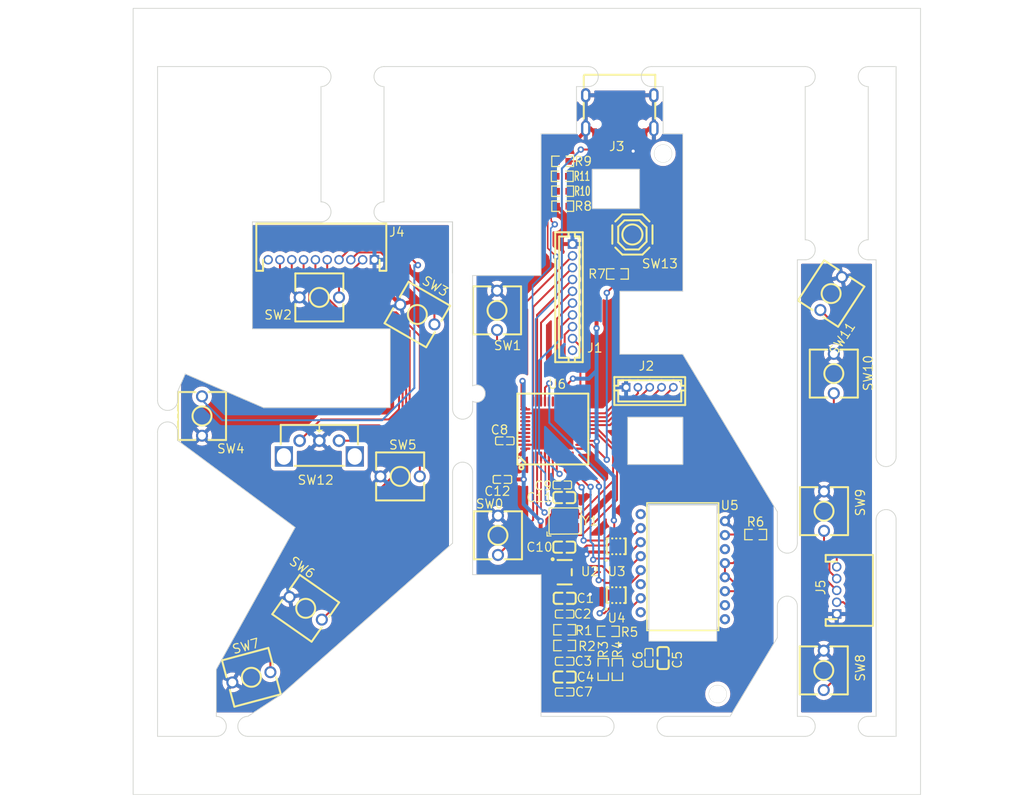
<source format=kicad_pcb>
(kicad_pcb (version 20221018) (generator pcbnew)
  (layers (0 "F.Cu" signal) (31 "B.Cu" signal) (34 "B.Paste" user) (35 "F.Paste" user) (36 "B.SilkS" user "B.Silkscreen") (37 "F.SilkS" user "F.Silkscreen") (38 "B.Mask" user) (39 "F.Mask" user) (44 "Edge.Cuts" user))
  (net 0 "")
  (net 1 "GND")
  (net 2 "RE0B")
  (net 3 "RE0A")
  (net 4 "NCS")
  (net 5 "MOSI")
  (net 6 "MISO")
  (net 7 "SCLK")
  (net 8 "VCC")
  (net 9 "RESET")
  (net 10 "Net-(U2-FB)")
  (net 11 "Net-(U2-OUT)")
  (net 12 "NCS1.9V")
  (net 13 "SCLK1.9V")
  (net 14 "MISO1.9V")
  (net 15 "MOSI1.9V")
  (net 16 "Net-(U5-VDDPIX)")
  (net 17 "Net-(U5-~{RESET})")
  (net 19 "Net-(U5-LED_P)")
  (net 20 "SW8")
  (net 21 "SW6")
  (net 22 "SW5")
  (net 23 "SW7")
  (net 24 "SW4")
  (net 25 "SW3")
  (net 26 "SW2")
  (net 27 "SW1")
  (net 28 "SW0")
  (net 29 "SW9")
  (net 30 "SW10")
  (net 31 "SW11")
  (net 32 "D-")
  (net 33 "D+")
  (net 34 "Net-(J3-CC1)")
  (net 35 "Net-(J3-CC2)")
  (net 36 "Net-(U6-XTAL1)")
  (net 37 "Net-(U6-XTAL2)")
  (net 38 "Net-(U6-AREF)")
  (net 39 "Net-(U6-UCAP)")
  (net 40 "VBUS")
  (net 49 "SW3_F")
  (net 50 "SW2_F")
  (net 51 "SW7_F")
  (net 52 "SW11_B")
  (net 53 "SW4_F")
  (net 54 "SW5_F")
  (net 55 "SW6_F")
  (net 56 "SW8_B")
  (net 57 "SW9_B")
  (net 58 "SW10_B")
  (net 59 "RE0A_F")
  (net 60 "RE0B_F")
  (net 66 "Net-(J3-D--Pad5)")
  (net 67 "Net-(J3-D+-Pad6)")
  (footprint "0:C0402" (layer "F.Cu") (at 121.428 107.2)
    (fp_text reference "C9")
    (fp_text value "1uF" hide)
  )
  (footprint "0:TPS73601DBVR C59200" (layer "F.Cu") (at 121.723 118.29 180)
    (fp_text reference "U2")
    (fp_text value "TPS73601DBV" hide)
  )
  (footprint "0:C0603" (layer "F.Cu") (at 134.223 129.2 -90)
    (fp_text reference "C5")
    (fp_text value "10uF" hide)
  )
  (footprint "0:SW-TH_L6.2-W6.2-P5.00" (layer "F.Cu") (at 155.894 93.055 -90)
    (fp_text reference "SW10")
    (fp_text value "SW_PUSH" hide)
  )
  (footprint "0:C0402" (layer "F.Cu") (at 114.123 101.6 180)
    (fp_text reference "C8")
    (fp_text value "0.1uF" hide)
  )
  (footprint "0:mouse bites_single" (layer "F.Cu") (at 165.353 54.36)
    (fp_text reference "REF**" hide)
    (fp_text value "mouse bites_single" hide)
  )
  (footprint "0:mouse bites" (layer "F.Cu") (at 107.5 104.08 90)
    (fp_text reference "REF**" hide)
    (fp_text value "mouse bites" hide)
  )
  (footprint "0:CONN-TH_S5B-ZR-LF-SN" (layer "F.Cu") (at 156.263 120.6 90)
    (fp_text reference "J5")
    (fp_text value "Conn_01x05_Pin" hide)
  )
  (footprint "0:R0603" (layer "F.Cu") (at 128.423 130.647 -90)
    (fp_text reference "R4")
    (fp_text value "10k" hide)
  )
  (footprint "0:R0603" (layer "F.Cu") (at 121.423 67.99)
    (fp_text reference "R11")
    (fp_text value "22" hide)
  )
  (footprint "0:mouse bites_single" (layer "F.Cu") (at 164.459 138.84)
    (fp_text reference "REF**" hide)
    (fp_text value "mouse bites_single" hide)
  )
  (footprint "0:SW-TH_L6.2-W6.2-P5.00" (layer "F.Cu") (at 103.023 85.552 -30)
    (fp_text reference "SW3")
    (fp_text value "SW_PUSH" hide)
  )
  (footprint "0:mouse bites_single" (layer "F.Cu") (at 166.239 138.84)
    (fp_text reference "REF**" hide)
    (fp_text value "mouse bites_single" hide)
  )
  (footprint "0:SW-TH_L6.2-W6.2-P5.00" (layer "F.Cu") (at 154.617 130.761 -90)
    (fp_text reference "SW8")
    (fp_text value "SW_PUSH" hide)
  )
  (footprint "0:C0402" (layer "F.Cu") (at 121.723 129.6 180)
    (fp_text reference "C3")
    (fp_text value "0.1uF" hide)
  )
  (footprint "0:hole 2.2mm" (layer "F.Cu") (at 141.156 133.763)
    (fp_text reference "REF**" hide)
    (fp_text value "hole 2.2mm" hide)
  )
  (footprint "0:mouse bites_single" (layer "F.Cu") (at 69.385 54.36)
    (fp_text reference "REF**" hide)
    (fp_text value "mouse bites_single" hide)
  )
  (footprint "0:mouse bites" (layer "F.Cu") (at 148.723 121.1 90)
    (fp_text reference "REF**" hide)
    (fp_text value "mouse bites" hide)
  )
  (footprint "0:mouse bites_single" (layer "F.Cu") (at 164.463 54.36)
    (fp_text reference "REF**" hide)
    (fp_text value "mouse bites_single" hide)
  )
  (footprint "0:R0603" (layer "F.Cu") (at 121.47 66.09)
    (fp_text reference "R9")
    (fp_text value "5.1k" hide)
  )
  (footprint "0:R0603" (layer "F.Cu") (at 121.723 127.6 180)
    (fp_text reference "R2")
    (fp_text value "63.4k" hide)
  )
  (footprint "PMW3360DM-T2QU:PMW3360" (layer "F.Cu") (at 136.723 117.585 180)
    (fp_text reference "U5")
    (fp_text value "PMW3360DM-T2QU" hide)
    (fp_line (start -4.445 -7.9375) (end 4.445 -7.9375) (stroke (width 0.01)) (layer "Edge.Cuts"))
    (fp_line (start -4.445 7.9375) (end -4.445 -7.9375) (stroke (width 0.01)) (layer "Edge.Cuts"))
    (fp_line (start 4.445 -7.9375) (end 4.445 7.9375) (stroke (width 0.01)) (layer "Edge.Cuts"))
    (fp_line (start 4.445 7.9375) (end -4.445 7.9375) (stroke (width 0.01)) (layer "Edge.Cuts"))
  )
  (footprint "0:mouse bites_single" (layer "F.Cu") (at 67.605 138.84)
    (fp_text reference "REF**" hide)
    (fp_text value "mouse bites_single" hide)
  )
  (footprint "0:tooling hole for JLCPCB" (layer "F.Cu") (at 164.903 48.66)
    (fp_text reference "REF**" hide)
    (fp_text value "tooling hole for JLCPCB" hide)
  )
  (footprint "0:R0603" (layer "F.Cu") (at 127.273 125.8 180)
    (fp_text reference "R5")
    (fp_text value "39" hide)
  )
  (footprint "0:mouse bites_single" (layer "F.Cu") (at 68.495 138.84)
    (fp_text reference "REF**" hide)
    (fp_text value "mouse bites_single" hide)
  )
  (footprint "0:mouse bites" (layer "F.Cu") (at 133.223 139.14 180)
    (fp_text reference "REF**" hide)
    (fp_text value "mouse bites" hide)
  )
  (footprint "0:C0603" (layer "F.Cu") (at 121.673 115.1 180)
    (fp_text reference "C10")
    (fp_text value "22p" hide)
  )
  (footprint "0:mouse bites_4mm" (layer "F.Cu") (at 71.315 98.446 90)
    (fp_text reference "REF**" hide)
    (fp_text value "mouse bites_4mm" hide)
  )
  (footprint "0:SW-TH_L6.2-W6.2-P5.00" (layer "F.Cu") (at 154.651 110.531 -90)
    (fp_text reference "SW9")
    (fp_text value "SW_PUSH" hide)
  )
  (footprint "0:hole 2.2mm" (layer "F.Cu") (at 134.223 65.1)
    (fp_text reference "REF**" hide)
    (fp_text value "hole 2.2mm" hide)
  )
  (footprint "0:SW-TH_CEN971112R02" (layer "F.Cu") (at 90.58 102.582 180)
    (fp_text reference "SW12")
    (fp_text value "RotaryEncoder" hide)
  )
  (footprint "0:SW-TH_L6.2-W6.2-P5.00" (layer "F.Cu") (at 88.849 122.875 -35)
    (fp_text reference "SW6")
    (fp_text value "SW_PUSH" hide)
  )
  (footprint "0:R0603" (layer "F.Cu") (at 145.973 113.5 180)
    (fp_text reference "R6")
    (fp_text value "10k" hide)
  )
  (footprint "0:mouse bites" (layer "F.Cu") (at 158.763 56.6 180)
    (fp_text reference "REF**" hide)
    (fp_text value "mouse bites" hide)
  )
  (footprint "0:R0603" (layer "F.Cu") (at 121.47 69.89)
    (fp_text reference "R10")
    (fp_text value "22" hide)
  )
  (footprint "0:SW-SMD_4P-L5.1-W5.1-P3.70-LS6.5-TL-2" (layer "F.Cu") (at 130.323 75.39)
    (fp_text reference "SW13")
    (fp_text value "SW_RESET" hide)
  )
  (footprint "0:C0402" (layer "F.Cu") (at 121.723 133.5 180)
    (fp_text reference "C7")
    (fp_text value "0.1uF" hide)
  )
  (footprint "0:SW-TH_L6.2-W6.2-P5.00" (layer "F.Cu") (at 81.952 131.638 15)
    (fp_text reference "SW7")
    (fp_text value "SW_PUSH" hide)
  )
  (footprint "0:mouse bites_single" (layer "F.Cu") (at 166.243 54.36)
    (fp_text reference "REF**" hide)
    (fp_text value "mouse bites_single" hide)
  )
  (footprint "0:mouse bites" (layer "F.Cu") (at 97.29 73.782 180)
    (fp_text reference "REF**" hide)
    (fp_text value "mouse bites" hide)
  )
  (footprint "0:SW-TH_L6.2-W6.2-P5.00" (layer "F.Cu") (at 113.257 113.6 -90)
    (fp_text reference "SW0")
    (fp_text value "SW_PUSH" hide)
  )
  (footprint "0:mouse bites_4mm" (layer "F.Cu") (at 79.52 137.87)
    (fp_text reference "REF**" hide)
    (fp_text value "mouse bites_4mm" hide)
  )
  (footprint "0:TXS0102DCUR C53434" (layer "F.Cu") (at 128.273 115)
    (fp_text reference "U3")
    (fp_text value "TXS0102DCU" hide)
  )
  (footprint "0:CONN-TH_5P-P1.50_B5B-ZR-LF-SN" (layer "F.Cu") (at 132.523 94.8)
    (fp_text reference "J2")
    (fp_text value "Conn_01x05_Pin" hide)
  )
  (footprint "0:ATMEGA32U4-MU VQFN-44_L7.0-W7.0-P0.50-BL-EP5.2" (layer "F.Cu") (at 120.223 100.1)
    (fp_text reference "U6")
    (fp_text value "ATmega32U4-M" hide)
  )
  (footprint "0:mouse bites_single" (layer "F.Cu") (at 67.605 54.36)
    (fp_text reference "REF**" hide)
    (fp_text value "mouse bites_single" hide)
  )
  (footprint "0:mouse bites" (layer "F.Cu") (at 158.763 78.6 180)
    (fp_text reference "REF**" hide)
    (fp_text value "mouse bites" hide)
  )
  (footprint "0:C0603" (layer "F.Cu") (at 121.723 131.6 180)
    (fp_text reference "C4")
    (fp_text value "10uF" hide)
  )
  (footprint "0:Crystals ROHS 16MHz OSC-SMD_4P-L3.2-W2.5-BL" (layer "F.Cu") (at 121.773 111.775)
    (fp_text reference "Y1")
    (fp_text value "16MHz" hide)
  )
  (footprint "0:C0603" (layer "F.Cu") (at 121.723 121.6 180)
    (fp_text reference "C1")
    (fp_text value "10uF" hide)
  )
  (footprint "0:mouse bites" (layer "F.Cu") (at 131.223 56.6 180)
    (fp_text reference "REF**" hide)
    (fp_text value "mouse bites" hide)
  )
  (footprint "0:R0603" (layer "F.Cu") (at 121.476 71.79)
    (fp_text reference "R8")
    (fp_text value "5.1k" hide)
  )
  (footprint "0:mouse bites" (layer "F.Cu") (at 97.29 56.6 180)
    (fp_text reference "REF**" hide)
    (fp_text value "mouse bites" hide)
  )
  (footprint "0:mouse bites_single" (layer "F.Cu") (at 68.495 54.36)
    (fp_text reference "REF**" hide)
    (fp_text value "mouse bites_single" hide)
  )
  (footprint "0:USB-C-SMD_TYPE-C-6PIN-2MD-073" (layer "F.Cu") (at 128.723 60.075 180)
    (fp_text reference "J3")
    (fp_text value "USB_C_Receptacle_USB2.0" hide)
  )
  (footprint "0:SW-TH_L6.2-W6.2-P5.00" (layer "F.Cu") (at 113.14 85.028 -90)
    (fp_text reference "SW1")
    (fp_text value "SW_PUSH" hide)
  )
  (footprint "0:mouse bites" (layer "F.Cu") (at 161.263 110.1 90)
    (fp_text reference "REF**" hide)
    (fp_text value "mouse bites" hide)
  )
  (footprint "0:CONN-TH_S10B-ZR-LF-SN" (layer "F.Cu") (at 94.58 78.6 180)
    (fp_text reference "J4")
    (fp_text value "Conn_01x10_Pin" hide)
  )
  (footprint "0:tooling hole for JLCPCB" (layer "F.Cu") (at 68.945 144.54)
    (fp_text reference "REF**" hide)
    (fp_text value "tooling hole for JLCPCB" hide)
  )
  (footprint "0:SW-TH_L6.2-W6.2-P5.00" (layer "F.Cu") (at 100.837 106.119)
    (fp_text reference "SW5")
    (fp_text value "SW_PUSH" hide)
  )
  (footprint "0:C0402" (layer "F.Cu") (at 132.423 129.155 -90)
    (fp_text reference "C6")
    (fp_text value "0.1uF" hide)
  )
  (footprint "0:C0402" (layer "F.Cu") (at 121.723 123.6 180)
    (fp_text reference "C2")
    (fp_text value "0.1uF" hide)
  )
  (footprint "0:SW-TH_L6.2-W6.2-P5.00" (layer "F.Cu") (at 155.553 82.89 -123.125)
    (fp_text reference "SW11")
    (fp_text value "SW_PUSH" hide)
  )
  (footprint "0:mouse bites_single" (layer "F.Cu") (at 165.349 138.84)
    (fp_text reference "REF**" hide)
    (fp_text value "mouse bites_single" hide)
  )
  (footprint "0:R0603" (layer "F.Cu") (at 126.623 130.647 -90)
    (fp_text reference "R3")
    (fp_text value "10k" hide)
  )
  (footprint "0:CONN-TH_B10B-ZR-LF-SN" (layer "F.Cu") (at 122.723 83.35 90)
    (fp_text reference "J1")
    (fp_text value "Conn_01x10_Pin" hide)
  )
  (footprint "0:TXS0102DCUR C53434" (layer "F.Cu") (at 128.273 121.2)
    (fp_text reference "U4")
    (fp_text value "TXS0102DCU" hide)
  )
  (footprint "0:C0603" (layer "F.Cu") (at 121.673 108.8 180)
    (fp_text reference "C11")
    (fp_text value "22p" hide)
  )
  (footprint "0:mouse bites" (layer "F.Cu") (at 158.763 139.14 180)
    (fp_text reference "REF**" hide)
    (fp_text value "mouse bites" hide)
  )
  (footprint "0:R0603" (layer "F.Cu") (at 128.426 80.4 180)
    (fp_text reference "R7")
    (fp_text value "10k" hide)
  )
  (footprint "0:R0603" (layer "F.Cu") (at 121.723 125.6 180)
    (fp_text reference "R1")
    (fp_text value "37.4k" hide)
  )
  (footprint "0:mouse bites_single" (layer "F.Cu") (at 69.385 138.84)
    (fp_text reference "REF**" hide)
    (fp_text value "mouse bites_single" hide)
  )
  (footprint "0:SW-TH_L6.2-W6.2-P5.00" (layer "F.Cu") (at 90.58 83.382)
    (fp_text reference "SW2")
    (fp_text value "SW_PUSH" hide)
  )
  (footprint "0:C0402" (layer "F.Cu") (at 113.823 106.5 180)
    (fp_text reference "C12")
    (fp_text value "0.1uF" hide)
  )
  (footprint "0:SW-TH_L6.2-W6.2-P5.00" (layer "F.Cu") (at 75.685 98.446 90)
    (fp_text reference "SW4")
    (fp_text value "SW_PUSH" hide)
  )
  (gr_line (start 125.223 72.1) (end 125.223 67.1) (stroke (width 0.1)) (layer "Edge.Cuts"))
  (gr_arc (start 151.263 114.6) (mid 149.993 115.87) (end 148.723 114.6) (stroke (width 0.1)) (layer "Edge.Cuts"))
  (gr_arc (start 126.723 136.6) (mid 127.993 137.87) (end 126.723 139.14) (stroke (width 0.1)) (layer "Edge.Cuts"))
  (gr_arc (start 110.04 97.58) (mid 108.77 98.85) (end 107.5 97.58) (stroke (width 0.1)) (layer "Edge.Cuts"))
  (gr_line (start 99.58 87.382) (end 99.58 97.382) (stroke (width 0.1)) (layer "Edge.Cuts"))
  (gr_line (start 161.263 78.6) (end 161.263 103.6) (stroke (width 0.1)) (layer "Edge.Cuts"))
  (gr_line (start 128.723 90.6) (end 136.723 90.6) (stroke (width 0.1)) (layer "Edge.Cuts"))
  (gr_line (start 131.223 67.1) (end 131.223 72.1) (stroke (width 0.1)) (layer "Edge.Cuts"))
  (gr_line (start 107.5 73.782) (end 98.79 73.782) (stroke (width 0.1)) (layer "Edge.Cuts"))
  (gr_arc (start 90.79 71.242) (mid 92.06 72.512) (end 90.79 73.782) (stroke (width 0.1)) (layer "Edge.Cuts"))
  (gr_line (start 107.5 80.282) (end 107.5 73.782) (stroke (width 0.1)) (layer "Edge.Cuts"))
  (gr_line (start 136.723 82.6) (end 128.723 82.6) (stroke (width 0.1)) (layer "Edge.Cuts"))
  (gr_arc (start 110.04 94.620001) (mid 111.640181 95.6) (end 110.04 96.579999) (stroke (width 0.1)) (layer "Edge.Cuts"))
  (gr_arc (start 98.79 73.782) (mid 97.52 72.512) (end 98.79 71.242) (stroke (width 0.1)) (layer "Edge.Cuts"))
  (gr_arc (start 152.263 136.6) (mid 153.533 137.87) (end 152.263 139.14) (stroke (width 0.1)) (layer "Edge.Cuts"))
  (gr_line (start 73.558 93.09) (end 72.585 95.346) (stroke (width 0.1)) (layer "Edge.Cuts"))
  (gr_line (start 125.223 72.1) (end 131.223 72.1) (stroke (width 0.1)) (layer "Edge.Cuts"))
  (gr_line (start 123.223 62.6) (end 123.223 56.6) (stroke (width 0.1)) (layer "Edge.Cuts"))
  (gr_line (start 148.723 126.6) (end 148.723 122.6) (stroke (width 0.1)) (layer "Edge.Cuts"))
  (gr_line (start 70.045 139.14) (end 70.045 100.466) (stroke (width 0.1)) (layer "Edge.Cuts"))
  (gr_line (start 107.5 80.282) (end 107.5 73.782) (stroke (width 0.1)) (layer "Edge.Cuts"))
  (gr_line (start 98.79 56.6) (end 98.79 71.242) (stroke (width 0.1)) (layer "Edge.Cuts"))
  (gr_line (start 160.263 76.06) (end 160.263 56.6) (stroke (width 0.1)) (layer "Edge.Cuts"))
  (gr_line (start 161.263 136.6) (end 160.263 136.6) (stroke (width 0.1)) (layer "Edge.Cuts"))
  (gr_line (start 110.04 80.6) (end 110.04 94.62) (stroke (width 0.1)) (layer "Edge.Cuts"))
  (gr_line (start 118.723 136.6) (end 118.723 118.6) (stroke (width 0.1)) (layer "Edge.Cuts"))
  (gr_line (start 129.723 98.6) (end 136.723 98.6) (stroke (width 0.1)) (layer "Edge.Cuts"))
  (gr_arc (start 132.723 56.6) (mid 131.453 55.33) (end 132.723 54.06) (stroke (width 0.1)) (layer "Edge.Cuts"))
  (gr_arc (start 148.723 122.6) (mid 149.993 121.33) (end 151.263 122.6) (stroke (width 0.1)) (layer "Edge.Cuts"))
  (gr_line (start 107.5 73.782) (end 107.5 97.58) (stroke (width 0.1)) (layer "Edge.Cuts"))
  (gr_line (start 148.723 110.6) (end 148.723 114.6) (stroke (width 0.1)) (layer "Edge.Cuts"))
  (gr_line (start 77.5 130.627) (end 77.5 136.6) (stroke (width 0.1)) (layer "Edge.Cuts"))
  (gr_line (start 132.423 127.04) (end 132.423 109.78) (stroke (width 0.1)) (layer "Edge.Cuts"))
  (gr_line (start 118.723 136.6) (end 126.723 136.6) (stroke (width 0.1)) (layer "Edge.Cuts"))
  (gr_line (start 82.08 80.282) (end 82.08 73.782) (stroke (width 0.1)) (layer "Edge.Cuts"))
  (gr_line (start 161.263 78.6) (end 160.263 78.6) (stroke (width 0.1)) (layer "Edge.Cuts"))
  (gr_arc (start 160.263 139.14) (mid 158.993 137.87) (end 160.263 136.6) (stroke (width 0.1)) (layer "Edge.Cuts"))
  (gr_line (start 110.04 96.58) (end 110.04 97.58) (stroke (width 0.1)) (layer "Edge.Cuts"))
  (gr_line (start 82.08 73.782) (end 90.79 73.782) (stroke (width 0.1)) (layer "Edge.Cuts"))
  (gr_line (start 161.263 136.6) (end 161.263 111.6) (stroke (width 0.1)) (layer "Edge.Cuts"))
  (gr_circle (center 134.223 65.1) (end 135.323 65.1) (stroke (width 0.1)) (fill none) (layer "Edge.Cuts"))
  (gr_line (start 132.723 54.06) (end 152.263 54.06) (stroke (width 0.1)) (layer "Edge.Cuts"))
  (gr_line (start 107.5 80.282) (end 107.5 73.782) (stroke (width 0.1)) (layer "Edge.Cuts"))
  (gr_line (start 87.5 112.6) (end 77.5 130.627) (stroke (width 0.1)) (layer "Edge.Cuts"))
  (gr_line (start 98.79 54.06) (end 124.723 54.06) (stroke (width 0.1)) (layer "Edge.Cuts"))
  (gr_arc (start 98.79 56.6) (mid 97.52 55.33) (end 98.79 54.06) (stroke (width 0.1)) (layer "Edge.Cuts"))
  (gr_line (start 85.749 133.83) (end 107.5 114.6) (stroke (width 0.1)) (layer "Edge.Cuts"))
  (gr_arc (start 161.263 111.6) (mid 162.533 110.33) (end 163.803 111.6) (stroke (width 0.1)) (layer "Edge.Cuts"))
  (gr_line (start 151.263 78.6) (end 152.263 78.6) (stroke (width 0.1)) (layer "Edge.Cuts"))
  (gr_line (start 148.723 126.6) (end 142.723 136.6) (stroke (width 0.1)) (layer "Edge.Cuts"))
  (gr_line (start 134.223 56.6) (end 132.723 56.6) (stroke (width 0.1)) (layer "Edge.Cuts"))
  (gr_line (start 82.08 87.382) (end 99.58 87.382) (stroke (width 0.1)) (layer "Edge.Cuts"))
  (gr_arc (start 77.5 136.6) (mid 78.77 137.87) (end 77.5 139.14) (stroke (width 0.1)) (layer "Edge.Cuts"))
  (gr_line (start 107.5 80.282) (end 107.5 73.782) (stroke (width 0.1)) (layer "Edge.Cuts"))
  (gr_line (start 107.5 114.6) (end 107.5 105.58) (stroke (width 0.1)) (layer "Edge.Cuts"))
  (gr_arc (start 134.723 139.14) (mid 133.453 137.87) (end 134.723 136.6) (stroke (width 0.1)) (layer "Edge.Cuts"))
  (gr_line (start 142.723 136.6) (end 134.723 136.6) (stroke (width 0.1)) (layer "Edge.Cuts"))
  (gr_line (start 118.723 118.6) (end 110.04 118.6) (stroke (width 0.1)) (layer "Edge.Cuts"))
  (gr_line (start 83.5 97.382) (end 73.558 93.09) (stroke (width 0.1)) (layer "Edge.Cuts"))
  (gr_line (start 163.803 54.06) (end 163.803 103.6) (stroke (width 0.1)) (layer "Edge.Cuts"))
  (gr_line (start 110.04 118.6) (end 110.04 105.58) (stroke (width 0.1)) (layer "Edge.Cuts"))
  (gr_line (start 136.723 90.6) (end 148.723 110.6) (stroke (width 0.1)) (layer "Edge.Cuts"))
  (gr_line (start 72.585 101.546) (end 87.5 112.6) (stroke (width 0.1)) (layer "Edge.Cuts"))
  (gr_line (start 151.263 136.6) (end 151.263 122.6) (stroke (width 0.1)) (layer "Edge.Cuts"))
  (gr_arc (start 152.263 54.06) (mid 153.533 55.33) (end 152.263 56.6) (stroke (width 0.1)) (layer "Edge.Cuts"))
  (gr_line (start 141.023 109.78) (end 141.023 127.04) (stroke (width 0.1)) (layer "Edge.Cuts"))
  (gr_circle (center 141.156 133.763) (end 142.256 133.763) (stroke (width 0.1)) (fill none) (layer "Edge.Cuts"))
  (gr_line (start 132.423 127.04) (end 141.023 127.04) (stroke (width 0.1)) (layer "Edge.Cuts"))
  (gr_arc (start 70.045 100.466) (mid 71.315 99.196) (end 72.585 100.466) (stroke (width 0.1)) (layer "Edge.Cuts"))
  (gr_line (start 163.803 54.06) (end 160.263 54.06) (stroke (width 0.1)) (layer "Edge.Cuts"))
  (gr_arc (start 81.5 139.14) (mid 80.23 137.87) (end 81.5 136.6) (stroke (width 0.1)) (layer "Edge.Cuts"))
  (gr_arc (start 160.263 78.6) (mid 158.993 77.33) (end 160.263 76.06) (stroke (width 0.1)) (layer "Edge.Cuts"))
  (gr_line (start 163.803 139.14) (end 160.263 139.14) (stroke (width 0.1)) (layer "Edge.Cuts"))
  (gr_line (start 136.723 62.6) (end 136.723 82.6) (stroke (width 0.1)) (layer "Edge.Cuts"))
  (gr_arc (start 90.79 54.06) (mid 92.06 55.33) (end 90.79 56.6) (stroke (width 0.1)) (layer "Edge.Cuts"))
  (gr_line (start 118.723 80.6) (end 118.723 62.6) (stroke (width 0.1)) (layer "Edge.Cuts"))
  (gr_line (start 134.223 62.6) (end 136.723 62.6) (stroke (width 0.1)) (layer "Edge.Cuts"))
  (gr_arc (start 124.723 54.06) (mid 125.993 55.33) (end 124.723 56.6) (stroke (width 0.1)) (layer "Edge.Cuts"))
  (gr_line (start 70.045 54.06) (end 70.045 96.466) (stroke (width 0.1)) (layer "Edge.Cuts"))
  (gr_line (start 128.723 82.6) (end 128.723 90.6) (stroke (width 0.1)) (layer "Edge.Cuts"))
  (gr_line (start 136.723 104.6) (end 129.723 104.6) (stroke (width 0.1)) (layer "Edge.Cuts"))
  (gr_line (start 81.5 139.14) (end 126.723 139.14) (stroke (width 0.1)) (layer "Edge.Cuts"))
  (gr_line (start 132.423 109.78) (end 141.023 109.78) (stroke (width 0.1)) (layer "Edge.Cuts"))
  (gr_line (start 134.223 56.6) (end 134.223 62.6) (stroke (width 0.1)) (layer "Edge.Cuts"))
  (gr_line (start 136.723 98.6) (end 136.723 104.6) (stroke (width 0.1)) (layer "Edge.Cuts"))
  (gr_line (start 72.585 101.546) (end 72.585 100.466) (stroke (width 0.1)) (layer "Edge.Cuts"))
  (gr_line (start 110.04 80.6) (end 118.723 80.6) (stroke (width 0.1)) (layer "Edge.Cuts"))
  (gr_line (start 81.5 136.6) (end 85.749 133.83) (stroke (width 0.1)) (layer "Edge.Cuts"))
  (gr_arc (start 163.803 103.6) (mid 162.533 104.87) (end 161.263 103.6) (stroke (width 0.1)) (layer "Edge.Cuts"))
  (gr_arc (start 160.263 56.6) (mid 158.993 55.33) (end 160.263 54.06) (stroke (width 0.1)) (layer "Edge.Cuts"))
  (gr_line (start 163.803 139.14) (end 163.803 111.6) (stroke (width 0.1)) (layer "Edge.Cuts"))
  (gr_arc (start 107.5 105.58) (mid 108.77 104.31) (end 110.04 105.58) (stroke (width 0.1)) (layer "Edge.Cuts"))
  (gr_line (start 134.723 139.14) (end 152.263 139.14) (stroke (width 0.1)) (layer "Edge.Cuts"))
  (gr_line (start 90.79 56.6) (end 90.79 71.242) (stroke (width 0.1)) (layer "Edge.Cuts"))
  (gr_line (start 123.223 56.6) (end 124.723 56.6) (stroke (width 0.1)) (layer "Edge.Cuts"))
  (gr_line (start 151.263 136.6) (end 152.263 136.6) (stroke (width 0.1)) (layer "Edge.Cuts"))
  (gr_rect (start 66.945 46.66) (end 166.903 146.54) (stroke (width 0.1)) (fill none) (layer "Edge.Cuts"))
  (gr_line (start 118.723 62.6) (end 123.223 62.6) (stroke (width 0.1)) (layer "Edge.Cuts"))
  (gr_line (start 82.08 80.282) (end 82.08 87.382) (stroke (width 0.1)) (layer "Edge.Cuts"))
  (gr_arc (start 72.585 96.466) (mid 71.315 97.736) (end 70.045 96.466) (stroke (width 0.1)) (layer "Edge.Cuts"))
  (gr_line (start 151.263 78.6) (end 151.263 114.6) (stroke (width 0.1)) (layer "Edge.Cuts"))
  (gr_line (start 99.58 97.382) (end 83.5 97.382) (stroke (width 0.1)) (layer "Edge.Cuts"))
  (gr_line (start 70.045 54.06) (end 90.79 54.06) (stroke (width 0.1)) (layer "Edge.Cuts"))
  (gr_line (start 152.263 56.6) (end 152.263 76.06) (stroke (width 0.1)) (layer "Edge.Cuts"))
  (gr_arc (start 152.263 76.06) (mid 153.533 77.33) (end 152.263 78.6) (stroke (width 0.1)) (layer "Edge.Cuts"))
  (gr_line (start 72.585 95.346) (end 72.585 96.466) (stroke (width 0.1)) (layer "Edge.Cuts"))
  (gr_line (start 70.045 139.14) (end 77.5 139.14) (stroke (width 0.1)) (layer "Edge.Cuts"))
  (gr_line (start 125.223 67.1) (end 131.223 67.1) (stroke (width 0.1)) (layer "Edge.Cuts"))
  (gr_line (start 129.723 104.6) (end 129.723 98.6) (stroke (width 0.1)) (layer "Edge.Cuts"))
  (segment (start 120.873 110.9) (end 120.673 110.9) (width 0.5) (layer "F.Cu") (net 1))
  (segment (start 97.58 78.6) (end 97.58 81.024064) (width 0.5) (layer "F.Cu") (net 1))
  (segment (start 119.723 103.6) (end 119.723 107.55) (width 0.25) (layer "F.Cu") (net 1))
  (segment (start 127.886 115.8) (end 124.673 115.8) (width 0.25) (layer "F.Cu") (net 1))
  (segment (start 124.973 61.9) (end 125.523 62.45) (width 0.5) (layer "F.Cu") (net 1))
  (segment (start 113.948 102.195) (end 113.578 101.825) (width 0.25) (layer "F.Cu") (net 1))
  (segment (start 115.293 102.195) (end 113.948 102.195) (width 0.25) (layer "F.Cu") (net 1))
  (segment (start 97.58 81.024064) (end 100.857936 84.302) (width 0.5) (layer "F.Cu") (net 1))
  (segment (start 124.398 62.225) (end 124.398 61.9) (width 0.5) (layer "F.Cu") (net 1))
  (segment (start 118.223 102.1) (end 120.223 100.1) (width 0.25) (layer "F.Cu") (net 1))
  (segment (start 119.723 107.55) (end 120.973 108.8) (width 0.25) (layer "F.Cu") (net 1))
  (segment (start 119.523 111.6) (end 120.223 110.9) (width 0.5) (layer "F.Cu") (net 1))
  (segment (start 124.673 115.8) (end 124.473 116) (width 0.25) (layer "F.Cu") (net 1))
  (segment (start 120.97 127.6) (end 120.117 126.747) (width 0.5) (layer "F.Cu") (net 1))
  (segment (start 132.623 129.9) (end 132.423 129.7) (width 0.5) (layer "F.Cu") (net 1))
  (segment (start 120.973 110.6) (end 120.673 110.9) (width 0.5) (layer "F.Cu") (net 1))
  (segment (start 120.117 124.661) (end 121.178 123.6) (width 0.5) (layer "F.Cu") (net 1))
  (segment (start 121.973 107.2) (end 121.973 107.675) (width 0.5) (layer "F.Cu") (net 1))
  (segment (start 119.723 100.6) (end 120.223 100.1) (width 0.25) (layer "F.Cu") (net 1))
  (segment (start 119.723 103.6) (end 119.723 100.6) (width 0.25) (layer "F.Cu") (net 1))
  (segment (start 122.873 112.6) (end 122.473 112.2) (width 0.5) (layer "F.Cu") (net 1))
  (segment (start 121.973 107.675) (end 120.973 108.675) (width 0.5) (layer "F.Cu") (net 1))
  (segment (start 126.986 121.1) (end 128.019 122.133) (width 0.25) (layer "F.Cu") (net 1))
  (segment (start 120.717 65.906) (end 124.398 62.225) (width 0.5) (layer "F.Cu") (net 1))
  (segment (start 128.019 115.933) (end 127.886 115.8) (width 0.25) (layer "F.Cu") (net 1))
  (segment (start 128.019 116.55) (end 128.019 115.933) (width 0.25) (layer "F.Cu") (net 1))
  (segment (start 120.97 127.6) (end 120.333 128.237) (width 0.5) (layer "F.Cu") (net 1))
  (segment (start 122.173 112.2) (end 120.873 110.9) (width 0.5) (layer "F.Cu") (net 1))
  (segment (start 122.723 73.79) (end 122.723 76.6) (width 0.5) (layer "F.Cu") (net 1))
  (segment (start 120.717 66.09) (end 120.717 65.906) (width 0.5) (layer "F.Cu") (net 1))
  (segment (start 120.117 126.747) (end 120.117 124.661) (width 0.5) (layer "F.Cu") (net 1))
  (segment (start 115.388 102.1) (end 115.293 102.195) (width 0.25) (layer "F.Cu") (net 1))
  (segment (start 122.873 112.65) (end 122.873 112.6) (width 0.5) (layer "F.Cu") (net 1))
  (segment (start 120.333 130.91) (end 121.023 131.6) (width 0.5) (layer "F.Cu") (net 1))
  (segment (start 120.723 71.79) (end 122.723 73.79) (width 0.5) (layer "F.Cu") (net 1))
  (segment (start 134.223 129.9) (end 132.623 129.9) (width 0.5) (layer "F.Cu") (net 1))
  (segment (start 116.723 102.1) (end 118.223 102.1) (width 0.25) (layer "F.Cu") (net 1))
  (segment (start 120.973 115.05) (end 119.523 113.6) (width 0.5) (layer "F.Cu") (net 1))
  (segment (start 131.923 63.3) (end 130.423 64.8) (width 0.5) (layer "F.Cu") (net 1))
  (segment (start 122.473 112.2) (end 122.173 112.2) (width 0.5) (layer "F.Cu") (net 1))
  (segment (start 120.423 118.29) (end 119.673 118.29) (width 0.5) (layer "F.Cu") (net 1))
  (segment (start 133.048 61.9) (end 132.473 61.9) (width 0.5) (layer "F.Cu") (net 1))
  (segment (start 120.973 108.8) (end 120.973 110.6) (width 0.5) (layer "F.Cu") (net 1))
  (segment (start 124.398 61.9) (end 124.973 61.9) (width 0.5) (layer "F.Cu") (net 1))
  (segment (start 132.473 61.9) (end 131.923 62.45) (width 0.5) (layer "F.Cu") (net 1))
  (segment (start 118.223 98.1) (end 120.223 100.1) (width 0.25) (layer "F.Cu") (net 1))
  (segment (start 116.723 102.1) (end 115.388 102.1) (width 0.25) (layer "F.Cu") (net 1))
  (segment (start 119.523 113.6) (end 119.523 111.6) (width 0.5) (layer "F.Cu") (net 1))
  (segment (start 122.723 97.6) (end 120.223 100.1) (width 0.25) (layer "F.Cu") (net 1))
  (segment (start 113.578 101.825) (end 113.578 101.6) (width 0.25) (layer "F.Cu") (net 1))
  (segment (start 124.398 62.3) (end 124.398 62.409) (width 0.5) (layer "F.Cu") (net 1))
  (segment (start 120.973 108.675) (end 120.973 108.8) (width 0.5) (layer "F.Cu") (net 1))
  (segment (start 131.923 62.45) (end 131.923 63.3) (width 0.5) (layer "F.Cu") (net 1))
  (segment (start 124.973 121.1) (end 126.986 121.1) (width 0.25) (layer "F.Cu") (net 1))
  (segment (start 119.273 118.69) (end 119.273 119.85) (width 0.5) (layer "F.Cu") (net 1))
  (segment (start 128.019 122.133) (end 128.019 122.75) (width 0.25) (layer "F.Cu") (net 1))
  (segment (start 123.723 101.1) (end 121.223 101.1) (width 0.25) (layer "F.Cu") (net 1))
  (segment (start 120.223 110.9) (end 120.673 110.9) (width 0.5) (layer "F.Cu") (net 1))
  (segment (start 122.723 96.6) (end 122.723 97.6) (width 0.25) (layer "F.Cu") (net 1))
  (segment (start 119.673 118.29) (end 119.273 118.69) (width 0.5) (layer "F.Cu") (net 1))
  (segment (start 116.723 98.1) (end 118.223 98.1) (width 0.25) (layer "F.Cu") (net 1))
  (segment (start 122.823 112.65) (end 122.673 112.5) (width 0.5) (layer "F.Cu") (net 1))
  (segment (start 119.273 119.85) (end 121.023 121.6) (width 0.5) (layer "F.Cu") (net 1))
  (segment (start 120.973 115.1) (end 120.973 115.05) (width 0.5) (layer "F.Cu") (net 1))
  (segment (start 120.333 128.237) (end 120.333 130.91) (width 0.5) (layer "F.Cu") (net 1))
  (segment (start 121.223 101.1) (end 120.223 100.1) (width 0.25) (layer "F.Cu") (net 1))
  (via (at 130.423 64.8) (size 0.8) (drill 0.4) (layers "F.Cu" "B.Cu") (net 1))
  (via (at 128.773 127.6) (size 0.8) (drill 0.4) (layers "F.Cu" "B.Cu") (net 1))
  (via (at 124.973 121.1) (size 0.8) (drill 0.4) (layers "F.Cu" "B.Cu") (net 1))
  (via (at 124.473 116) (size 0.8) (drill 0.4) (layers "F.Cu" "B.Cu") (net 1))
  (segment (start 123.723 89.6) (end 123.723 97.6) (width 0.25) (layer "F.Cu") (net 2))
  (segment (start 122.723 88.6) (end 123.723 89.6) (width 0.25) (layer "F.Cu") (net 2))
  (segment (start 121.723 88.1) (end 121.723 96.6) (width 0.25) (layer "F.Cu") (net 3))
  (segment (start 122.723 87.1) (end 121.723 88.1) (width 0.25) (layer "F.Cu") (net 3))
  (segment (start 126.761 123.5) (end 127.511 122.75) (width 0.25) (layer "F.Cu") (net 4))
  (segment (start 119.223 96.6) (end 119.223 94.85) (width 0.25) (layer "F.Cu") (net 4))
  (segment (start 126.173 123.5) (end 126.761 123.5) (width 0.25) (layer "F.Cu") (net 4))
  (segment (start 119.223 94.85) (end 119.773 94.3) (width 0.25) (layer "F.Cu") (net 4))
  (via (at 119.773 94.3) (size 0.8) (drill 0.4) (layers "F.Cu" "B.Cu") (net 4))
  (via (at 126.173 123.5) (size 0.8) (drill 0.4) (layers "F.Cu" "B.Cu") (net 4))
  (segment (start 126.773 122.9) (end 126.773 107.725305) (width 0.25) (layer "B.Cu") (net 4))
  (segment (start 126.173 123.5) (end 126.773 122.9) (width 0.25) (layer "B.Cu") (net 4))
  (segment (start 126.798 107.700305) (end 126.798 106.325) (width 0.25) (layer "B.Cu") (net 4))
  (segment (start 126.773 107.725305) (end 126.798 107.700305) (width 0.25) (layer "B.Cu") (net 4))
  (segment (start 119.773 99.3) (end 119.773 94.3) (width 0.25) (layer "B.Cu") (net 4))
  (segment (start 126.798 106.325) (end 119.773 99.3) (width 0.25) (layer "B.Cu") (net 4))
  (segment (start 125.010701 107.437701) (end 124.836006 107.437701) (width 0.25) (layer "F.Cu") (net 5))
  (segment (start 122.223 104.824695) (end 122.223 103.6) (width 0.25) (layer "F.Cu") (net 5))
  (segment (start 125.4985 116.55) (end 127.477 116.55) (width 0.25) (layer "F.Cu") (net 5))
  (segment (start 125.3485 116.7) (end 125.4985 116.55) (width 0.25) (layer "F.Cu") (net 5))
  (segment (start 124.836006 107.437701) (end 122.223 104.824695) (width 0.25) (layer "F.Cu") (net 5))
  (via (at 125.3485 116.7) (size 0.8) (drill 0.4) (layers "F.Cu" "B.Cu") (net 5))
  (via (at 125.010701 107.437701) (size 0.8) (drill 0.4) (layers "F.Cu" "B.Cu") (net 5))
  (segment (start 125.3485 116.7) (end 125.3485 114.741832) (width 0.25) (layer "B.Cu") (net 5))
  (segment (start 125.010701 114.404033) (end 125.010701 107.437701) (width 0.25) (layer "B.Cu") (net 5))
  (segment (start 125.3485 114.741832) (end 125.010701 114.404033) (width 0.25) (layer "B.Cu") (net 5))
  (segment (start 126.573 119.3) (end 126.923 119.65) (width 0.25) (layer "F.Cu") (net 6))
  (segment (start 126.073 106.95) (end 122.723 103.6) (width 0.25) (layer "F.Cu") (net 6))
  (segment (start 126.073 107.4) (end 126.073 106.95) (width 0.25) (layer "F.Cu") (net 6))
  (segment (start 126.0485 119.3) (end 126.573 119.3) (width 0.25) (layer "F.Cu") (net 6))
  (segment (start 126.923 119.65) (end 127.511 119.65) (width 0.25) (layer "F.Cu") (net 6))
  (via (at 126.0485 119.3) (size 0.8) (drill 0.4) (layers "F.Cu" "B.Cu") (net 6))
  (via (at 126.073 107.4) (size 0.8) (drill 0.4) (layers "F.Cu" "B.Cu") (net 6))
  (segment (start 126.0485 119.3) (end 126.073 119.2755) (width 0.25) (layer "B.Cu") (net 6))
  (segment (start 126.073 119.2755) (end 126.073 107.4) (width 0.25) (layer "B.Cu") (net 6))
  (segment (start 127.477 113.484) (end 127.477 113.45) (width 0.25) (layer "F.Cu") (net 7))
  (segment (start 126.698678 114.262322) (end 127.477 113.484) (width 0.25) (layer "F.Cu") (net 7))
  (segment (start 124.127107 114.262322) (end 126.698678 114.262322) (width 0.25) (layer "F.Cu") (net 7))
  (segment (start 121.723 105.349294) (end 121.723 103.6) (width 0.25) (layer "F.Cu") (net 7))
  (segment (start 123.873353 107.499647) (end 121.723 105.349294) (width 0.25) (layer "F.Cu") (net 7))
  (via (at 124.127107 114.262322) (size 0.8) (drill 0.4) (layers "F.Cu" "B.Cu") (net 7))
  (via (at 123.873353 107.499647) (size 0.8) (drill 0.4) (layers "F.Cu" "B.Cu") (net 7))
  (segment (start 124.073 114.208215) (end 124.073 107.699294) (width 0.25) (layer "B.Cu") (net 7))
  (segment (start 124.127107 114.262322) (end 124.073 114.208215) (width 0.25) (layer "B.Cu") (net 7))
  (segment (start 124.073 107.699294) (end 123.873353 107.499647) (width 0.25) (layer "B.Cu") (net 7))
  (segment (start 114.368 106.5) (end 114.368 105.055) (width 0.5) (layer "F.Cu") (net 8))
  (segment (start 128.019 113.45) (end 128.019 114.067) (width 0.25) (layer "F.Cu") (net 8))
  (segment (start 123.833 116.7) (end 122.714734 116.7) (width 0.25) (layer "F.Cu") (net 8))
  (segment (start 128.019 119.033) (end 126.486 117.5) (width 0.25) (layer "F.Cu") (net 8))
  (segment (start 125.773 87.3) (end 125.773 82.3) (width 0.5) (layer "F.Cu") (net 8))
  (segment (start 116.373 94) (end 116.373 97.25) (width 0.5) (layer "F.Cu") (net 8))
  (segment (start 124.633 117.5) (end 123.833 116.7) (width 0.25) (layer "F.Cu") (net 8))
  (segment (start 122.423 121.6) (end 122.423 123.445) (width 0.5) (layer "F.Cu") (net 8))
  (segment (start 122.714734 116.7) (end 121.063 116.7) (width 0.25) (layer "F.Cu") (net 8))
  (segment (start 123.723 101.6) (end 125.697598 101.6) (width 0.25) (layer "F.Cu") (net 8))
  (segment (start 118.223 111.35) (end 118.673 111.8) (width 0.25) (layer "F.Cu") (net 8))
  (segment (start 121.773 118.89) (end 121.423 119.24) (width 0.5) (layer "F.Cu") (net 8))
  (segment (start 121.773 117.8) (end 121.773 118.89) (width 0.5) (layer "F.Cu") (net 8))
  (segment (start 114.368 105.055) (end 116.723 102.7) (width 0.5) (layer "F.Cu") (net 8))
  (segment (start 118.673 111.8) (end 118.673 115.59) (width 0.5) (layer "F.Cu") (net 8))
  (segment (start 128.019 113.45) (end 128.019 111.746) (width 0.25) (layer "F.Cu") (net 8))
  (segment (start 121.313 117.34) (end 121.773 117.8) (width 0.5) (layer "F.Cu") (net 8))
  (segment (start 124.514734 114.9) (end 122.714734 116.7) (width 0.25) (layer "F.Cu") (net 8))
  (segment (start 122.223 96.6) (end 122.223 94.25) (width 0.25) (layer "F.Cu") (net 8))
  (segment (start 122.223 94.25) (end 122.773 93.7) (width 0.25) (layer "F.Cu") (net 8))
  (segment (start 116.373 97.25) (end 116.623 97.5) (width 0.5) (layer "F.Cu") (net 8))
  (segment (start 122.423 121.24) (end 120.423 119.24) (width 0.5) (layer "F.Cu") (net 8))
  (segment (start 126.486 117.5) (end 124.633 117.5) (width 0.25) (layer "F.Cu") (net 8))
  (segment (start 120.423 117.34) (end 121.313 117.34) (width 0.5) (layer "F.Cu") (net 8))
  (segment (start 127.186 114.9) (end 124.514734 114.9) (width 0.25) (layer "F.Cu") (net 8))
  (segment (start 118.223 103.6) (end 118.223 111.35) (width 0.25) (layer "F.Cu") (net 8))
  (segment (start 121.063 116.7) (end 120.423 117.34) (width 0.25) (layer "F.Cu") (net 8))
  (segment (start 116.623 97.5) (end 116.723 97.5) (width 0.5) (layer "F.Cu") (net 8))
  (segment (start 128.019 111.746) (end 127.973 111.7) (width 0.25) (layer "F.Cu") (net 8))
  (segment (start 125.697598 101.6) (end 125.785299 101.687701) (width 0.25) (layer "F.Cu") (net 8))
  (segment (start 121.423 119.24) (end 120.423 119.24) (width 0.5) (layer "F.Cu") (net 8))
  (segment (start 116.523 106.5) (end 114.368 106.5) (width 0.5) (layer "F.Cu") (net 8))
  (segment (start 122.423 123.445) (end 122.268 123.6) (width 0.5) (layer "F.Cu") (net 8))
  (segment (start 122.423 121.6) (end 122.423 121.24) (width 0.5) (layer "F.Cu") (net 8))
  (segment (start 128.019 114.067) (end 127.186 114.9) (width 0.25) (layer "F.Cu") (net 8))
  (segment (start 125.773 82.3) (end 127.673 80.4) (width 0.5) (layer "F.Cu") (net 8))
  (segment (start 128.019 119.65) (end 128.019 119.033) (width 0.25) (layer "F.Cu") (net 8))
  (segment (start 118.673 115.59) (end 120.423 117.34) (width 0.5) (layer "F.Cu") (net 8))
  (via (at 116.523 106.5) (size 0.8) (drill 0.4) (layers "F.Cu" "B.Cu") (net 8))
  (via (at 125.773 87.3) (size 0.8) (drill 0.4) (layers "F.Cu" "B.Cu") (net 8))
  (via (at 116.373 94) (size 0.8) (drill 0.4) (layers "F.Cu" "B.Cu") (net 8))
  (via (at 118.673 111.8) (size 0.8) (drill 0.4) (layers "F.Cu" "B.Cu") (net 8))
  (via (at 122.773 93.7) (size 0.8) (drill 0.4) (layers "F.Cu" "B.Cu") (net 8))
  (via (at 127.973 111.7) (size 0.8) (drill 0.4) (layers "F.Cu" "B.Cu") (net 8))
  (via (at 125.785299 101.687701) (size 0.8) (drill 0.4) (layers "F.Cu" "B.Cu") (net 8))
  (segment (start 125.785299 101.687701) (end 125.785299 99.286994) (width 0.5) (layer "B.Cu") (net 8))
  (segment (start 127.973 106.11) (end 127.973 111.7) (width 0.5) (layer "B.Cu") (net 8))
  (segment (start 116.523 94.15) (end 116.373 94) (width 0.5) (layer "B.Cu") (net 8))
  (segment (start 116.523 109.65) (end 118.673 111.8) (width 0.5) (layer "B.Cu") (net 8))
  (segment (start 124.773 93.7) (end 125.773 92.7) (width 0.5) (layer "B.Cu") (net 8))
  (segment (start 125.773 99.274695) (end 125.773 92.7) (width 0.5) (layer "B.Cu") (net 8))
  (segment (start 116.523 106.5) (end 116.523 109.65) (width 0.5) (layer "B.Cu") (net 8))
  (segment (start 125.773 92.7) (end 125.773 87.3) (width 0.5) (layer "B.Cu") (net 8))
  (segment (start 125.785299 101.687701) (end 125.785299 103.922299) (width 0.5) (layer "B.Cu") (net 8))
  (segment (start 116.523 106.5) (end 116.523 94.15) (width 0.5) (layer "B.Cu") (net 8))
  (segment (start 125.785299 103.922299) (end 127.973 106.11) (width 0.5) (layer "B.Cu") (net 8))
  (segment (start 125.785299 99.286994) (end 125.773 99.274695) (width 0.5) (layer "B.Cu") (net 8))
  (segment (start 122.773 93.7) (end 124.773 93.7) (width 0.5) (layer "B.Cu") (net 8))
  (segment (start 129.179 79.396) (end 127.023 77.24) (width 0.25) (layer "F.Cu") (net 9))
  (segment (start 127.073 82.8) (end 129.179 80.694) (width 0.25) (layer "F.Cu") (net 9))
  (segment (start 129.179 80.694) (end 129.179 80.4) (width 0.25) (layer "F.Cu") (net 9))
  (segment (start 129.179 80.4) (end 129.179 79.396) (width 0.25) (layer "F.Cu") (net 9))
  (segment (start 123.723 102.1) (end 125.173 102.1) (width 0.25) (layer "F.Cu") (net 9))
  (segment (start 125.173 102.1) (end 127.073 104) (width 0.25) (layer "F.Cu") (net 9))
  (via (at 127.073 104) (size 0.8) (drill 0.4) (layers "F.Cu" "B.Cu") (net 9))
  (via (at 127.073 82.8) (size 0.8) (drill 0.4) (layers "F.Cu" "B.Cu") (net 9))
  (segment (start 127.073 104) (end 127.073 82.8) (width 0.25) (layer "B.Cu") (net 9))
  (segment (start 121.178 128.898) (end 121.178 129.6) (width 0.25) (layer "F.Cu") (net 10))
  (segment (start 121.727 124.843) (end 120.97 125.6) (width 0.25) (layer "F.Cu") (net 10))
  (segment (start 123.148 123.925) (end 122.23 124.843) (width 0.25) (layer "F.Cu") (net 10))
  (segment (start 123.148 119.365) (end 123.148 123.925) (width 0.25) (layer "F.Cu") (net 10))
  (segment (start 122.23 124.843) (end 121.727 124.843) (width 0.25) (layer "F.Cu") (net 10))
  (segment (start 122.476 127.6) (end 121.178 128.898) (width 0.25) (layer "F.Cu") (net 10))
  (segment (start 120.97 125.6) (end 120.97 126.094) (width 0.25) (layer "F.Cu") (net 10))
  (segment (start 123.023 119.24) (end 123.148 119.365) (width 0.25) (layer "F.Cu") (net 10))
  (segment (start 120.97 126.094) (end 122.476 127.6) (width 0.25) (layer "F.Cu") (net 10))
  (segment (start 122.676 125.8) (end 122.476 125.6) (width 0.25) (layer "F.Cu") (net 11))
  (segment (start 126.623 129.894) (end 128.423 129.894) (width 0.25) (layer "F.Cu") (net 11))
  (segment (start 128.527 122.75) (end 128.527 123.367) (width 0.25) (layer "F.Cu") (net 11))
  (segment (start 126.329 129.6) (end 126.623 129.894) (width 0.25) (layer "F.Cu") (net 11))
  (segment (start 142.073 117.14) (end 142.073 118.92) (width 0.25) (layer "F.Cu") (net 11))
  (segment (start 145.023 121.4) (end 142.543 118.92) (width 0.25) (layer "F.Cu") (net 11))
  (segment (start 122.268 129.6) (end 126.329 129.6) (width 0.25) (layer "F.Cu") (net 11))
  (segment (start 128.527 113.45) (end 128.527 116.55) (width 0.25) (layer "F.Cu") (net 11))
  (segment (start 122.423 131.6) (end 122.423 133.345) (width 0.25) (layer "F.Cu") (net 11))
  (segment (start 128.527 122.75) (end 128.527 119.65) (width 0.25) (layer "F.Cu") (net 11))
  (segment (start 128.527 116.55) (end 128.527 119.65) (width 0.25) (layer "F.Cu") (net 11))
  (segment (start 126.52 125.374) (end 126.52 125.8) (width 0.25) (layer "F.Cu") (net 11))
  (segment (start 145.023 125.786396) (end 145.023 121.4) (width 0.25) (layer "F.Cu") (net 11))
  (segment (start 142.543 118.92) (end 142.073 118.92) (width 0.25) (layer "F.Cu") (net 11))
  (segment (start 129.154 130.625) (end 140.184396 130.625) (width 0.25) (layer "F.Cu") (net 11))
  (segment (start 123.204 128.664) (end 122.268 129.6) (width 0.25) (layer "F.Cu") (net 11))
  (segment (start 122.268 131.445) (end 122.423 131.6) (width 0.25) (layer "F.Cu") (net 11))
  (segment (start 140.184396 130.625) (end 145.023 125.786396) (width 0.25) (layer "F.Cu") (net 11))
  (segment (start 123.873 118.19) (end 123.873 124.203) (width 0.25) (layer "F.Cu") (net 11))
  (segment (start 123.204 126.328) (end 123.204 128.664) (width 0.25) (layer "F.Cu") (net 11))
  (segment (start 126.52 125.8) (end 122.676 125.8) (width 0.25) (layer "F.Cu") (net 11))
  (segment (start 128.527 123.367) (end 126.52 125.374) (width 0.25) (layer "F.Cu") (net 11))
  (segment (start 122.423 133.345) (end 122.268 133.5) (width 0.25) (layer "F.Cu") (net 11))
  (segment (start 143.086 117.14) (end 142.073 117.14) (width 0.25) (layer "F.Cu") (net 11))
  (segment (start 122.476 125.6) (end 123.204 126.328) (width 0.25) (layer "F.Cu") (net 11))
  (segment (start 123.873 124.203) (end 122.476 125.6) (width 0.25) (layer "F.Cu") (net 11))
  (segment (start 128.423 129.894) (end 129.154 130.625) (width 0.25) (layer "F.Cu") (net 11))
  (segment (start 123.023 117.34) (end 123.873 118.19) (width 0.25) (layer "F.Cu") (net 11))
  (segment (start 122.268 129.6) (end 122.268 131.445) (width 0.25) (layer "F.Cu") (net 11))
  (segment (start 146.726 113.5) (end 143.086 117.14) (width 0.25) (layer "F.Cu") (net 11))
  (segment (start 129.035 122.75) (end 129.035 120.769141) (width 0.25) (layer "F.Cu") (net 12))
  (segment (start 131.373 118.431141) (end 131.373 118.03) (width 0.25) (layer "F.Cu") (net 12))
  (segment (start 129.035 120.769141) (end 131.373 118.431141) (width 0.25) (layer "F.Cu") (net 12))
  (segment (start 129.035 113.45) (end 130.613 113.45) (width 0.25) (layer "F.Cu") (net 13))
  (segment (start 130.613 113.45) (end 131.373 112.69) (width 0.25) (layer "F.Cu") (net 13))
  (segment (start 129.035 119.65) (end 129.035 118.588) (width 0.25) (layer "F.Cu") (net 14))
  (segment (start 129.035 118.588) (end 131.373 116.25) (width 0.25) (layer "F.Cu") (net 14))
  (segment (start 129.035 116.55) (end 129.293 116.55) (width 0.25) (layer "F.Cu") (net 15))
  (segment (start 129.293 116.55) (end 131.373 114.47) (width 0.25) (layer "F.Cu") (net 15))
  (segment (start 143.673 120.7) (end 142.073 120.7) (width 0.25) (layer "F.Cu") (net 16))
  (segment (start 144.573 121.6) (end 143.673 120.7) (width 0.25) (layer "F.Cu") (net 16))
  (segment (start 144.573 125.6) (end 144.573 121.6) (width 0.25) (layer "F.Cu") (net 16))
  (segment (start 144.573 125.6) (end 141.673 128.5) (width 0.25) (layer "F.Cu") (net 16))
  (segment (start 141.673 128.5) (end 134.223 128.5) (width 0.25) (layer "F.Cu") (net 16))
  (segment (start 134.223 128.5) (end 132.533 128.5) (width 0.25) (layer "F.Cu") (net 16))
  (segment (start 132.533 128.5) (end 132.423 128.61) (width 0.25) (layer "F.Cu") (net 16))
  (segment (start 142.153 113.5) (end 142.073 113.58) (width 0.25) (layer "F.Cu") (net 17))
  (segment (start 145.22 113.5) (end 142.153 113.5) (width 0.25) (layer "F.Cu") (net 17))
  (segment (start 131.373 121.59) (end 129.473 123.49) (width 0.25) (layer "F.Cu") (net 19))
  (segment (start 129.473 123.49) (end 129.473 124.6) (width 0.25) (layer "F.Cu") (net 19))
  (segment (start 129.473 124.6) (end 128.273 125.8) (width 0.25) (layer "F.Cu") (net 19))
  (segment (start 128.273 125.8) (end 128.026 125.8) (width 0.25) (layer "F.Cu") (net 19))
  (segment (start 126.873 98.1) (end 123.723 98.1) (width 0.25) (layer "F.Cu") (net 20))
  (segment (start 131.023 94.8) (end 131.023 95.577817) (width 0.25) (layer "F.Cu") (net 20))
  (segment (start 130.550817 96.05) (end 128.923 96.05) (width 0.25) (layer "F.Cu") (net 20))
  (segment (start 128.923 96.05) (end 126.873 98.1) (width 0.25) (layer "F.Cu") (net 20))
  (segment (start 131.023 95.577817) (end 130.550817 96.05) (width 0.25) (layer "F.Cu") (net 20))
  (segment (start 120.723 86.1) (end 122.723 84.1) (width 0.25) (layer "F.Cu") (net 21))
  (segment (start 120.723 96.6) (end 120.723 86.1) (width 0.25) (layer "F.Cu") (net 21))
  (segment (start 118.723 86.6) (end 122.723 82.6) (width 0.25) (layer "F.Cu") (net 22))
  (segment (start 118.723 96.6) (end 118.723 86.6) (width 0.25) (layer "F.Cu") (net 22))
  (segment (start 121.223 87.1) (end 122.723 85.6) (width 0.25) (layer "F.Cu") (net 23))
  (segment (start 121.223 96.6) (end 121.223 87.1) (width 0.25) (layer "F.Cu") (net 23))
  (segment (start 118.223 85.6) (end 122.723 81.1) (width 0.25) (layer "F.Cu") (net 24))
  (segment (start 118.223 96.6) (end 118.223 85.6) (width 0.25) (layer "F.Cu") (net 24))
  (segment (start 117.723 84.6) (end 122.723 79.6) (width 0.25) (layer "F.Cu") (net 25))
  (segment (start 117.723 96.6) (end 117.723 84.6) (width 0.25) (layer "F.Cu") (net 25))
  (segment (start 115.873 100.6) (end 114.673 99.4) (width 0.25) (layer "F.Cu") (net 26))
  (segment (start 114.673 86.15) (end 122.723 78.1) (width 0.25) (layer "F.Cu") (net 26))
  (segment (start 116.723 100.6) (end 115.873 100.6) (width 0.25) (layer "F.Cu") (net 26))
  (segment (start 114.673 99.4) (end 114.673 86.15) (width 0.25) (layer "F.Cu") (net 26))
  (segment (start 115.736604 101.1) (end 116.723 101.1) (width 0.25) (layer "F.Cu") (net 27))
  (segment (start 113.14 98.503396) (end 115.736604 101.1) (width 0.25) (layer "F.Cu") (net 27))
  (segment (start 113.14 87.528) (end 113.14 98.503396) (width 0.25) (layer "F.Cu") (net 27))
  (segment (start 117.723 103.6) (end 117.723 111.634) (width 0.25) (layer "F.Cu") (net 28))
  (segment (start 117.723 111.634) (end 113.257 116.1) (width 0.25) (layer "F.Cu") (net 28))
  (segment (start 132.523 94.8) (end 130.823 96.5) (width 0.25) (layer "F.Cu") (net 29))
  (segment (start 127.073 98.6) (end 123.723 98.6) (width 0.25) (layer "F.Cu") (net 29))
  (segment (start 130.823 96.5) (end 129.173 96.5) (width 0.25) (layer "F.Cu") (net 29))
  (segment (start 129.173 96.5) (end 127.073 98.6) (width 0.25) (layer "F.Cu") (net 29))
  (segment (start 134.023 94.8) (end 131.873 96.95) (width 0.25) (layer "F.Cu") (net 30))
  (segment (start 131.873 96.95) (end 129.423 96.95) (width 0.25) (layer "F.Cu") (net 30))
  (segment (start 129.423 96.95) (end 127.273 99.1) (width 0.25) (layer "F.Cu") (net 30))
  (segment (start 127.273 99.1) (end 123.723 99.1) (width 0.25) (layer "F.Cu") (net 30))
  (segment (start 129.673 97.4) (end 127.473 99.6) (width 0.25) (layer "F.Cu") (net 31))
  (segment (start 132.923 97.4) (end 129.673 97.4) (width 0.25) (layer "F.Cu") (net 31))
  (segment (start 127.473 99.6) (end 123.723 99.6) (width 0.25) (layer "F.Cu") (net 31))
  (segment (start 135.523 94.8) (end 132.923 97.4) (width 0.25) (layer "F.Cu") (net 31))
  (segment (start 120.02 73.647) (end 120.02 70.587) (width 0.2) (layer "F.Cu") (net 32))
  (segment (start 119.173 110.7) (end 118.723 110.25) (width 0.2) (layer "F.Cu") (net 32))
  (segment (start 118.723 110.25) (end 118.723 103.6) (width 0.2) (layer "F.Cu") (net 32))
  (segment (start 120.02 70.587) (end 120.717 69.89) (width 0.2) (layer "F.Cu") (net 32))
  (segment (start 120.473 74.1) (end 120.02 73.647) (width 0.2) (layer "F.Cu") (net 32))
  (via (at 119.173 110.7) (size 0.8) (drill 0.4) (layers "F.Cu" "B.Cu") (net 32))
  (via (at 120.473 74.1) (size 0.8) (drill 0.4) (layers "F.Cu" "B.Cu") (net 32))
  (segment (start 117.648 81.825) (end 119.9485 79.5245) (width 0.2) (layer "B.Cu") (net 32))
  (segment (start 119.9485 74.6245) (end 120.473 74.1) (width 0.2) (layer "B.Cu") (net 32))
  (segment (start 117.648 109.175) (end 117.648 81.825) (width 0.2) (layer "B.Cu") (net 32))
  (segment (start 119.9485 79.5245) (end 119.9485 74.6245) (width 0.2) (layer "B.Cu") (net 32))
  (segment (start 119.173 110.7) (end 117.648 109.175) (width 0.2) (layer "B.Cu") (net 32))
  (segment (start 119.273 103.65) (end 119.223 103.6) (width 0.2) (layer "F.Cu") (net 33))
  (segment (start 120.6485 78.2) (end 119.573 77.1245) (width 0.2) (layer "F.Cu") (net 33))
  (segment (start 119.673 109.5) (end 119.273 109.1) (width 0.2) (layer "F.Cu") (net 33))
  (segment (start 119.273 109.1) (end 119.273 103.65) (width 0.2) (layer "F.Cu") (net 33))
  (segment (start 119.573 69.087) (end 120.67 67.99) (width 0.2) (layer "F.Cu") (net 33))
  (segment (start 119.573 77.1245) (end 119.573 69.087) (width 0.2) (layer "F.Cu") (net 33))
  (via (at 119.673 109.5) (size 0.8) (drill 0.4) (layers "F.Cu" "B.Cu") (net 33))
  (via (at 120.6485 78.2) (size 0.8) (drill 0.4) (layers "F.Cu" "B.Cu") (net 33))
  (segment (start 120.673 83.5) (end 120.673 78.2245) (width 0.2) (layer "B.Cu") (net 33))
  (segment (start 119.673 109.5) (end 119.273 109.1) (width 0.2) (layer "B.Cu") (net 33))
  (segment (start 120.673 78.2245) (end 120.6485 78.2) (width 0.2) (layer "B.Cu") (net 33))
  (segment (start 119.273 105.73555) (end 118.048 104.51055) (width 0.2) (layer "B.Cu") (net 33))
  (segment (start 118.048 104.51055) (end 118.048 86.125) (width 0.2) (layer "B.Cu") (net 33))
  (segment (start 118.048 86.125) (end 120.673 83.5) (width 0.2) (layer "B.Cu") (net 33))
  (segment (start 119.273 109.1) (end 119.273 105.73555) (width 0.2) (layer "B.Cu") (net 33))
  (segment (start 125.545792 66.4) (end 124.191198 67.754594) (width 0.25) (layer "F.Cu") (net 34))
  (segment (start 124.191198 69.827802) (end 122.229 71.79) (width 0.25) (layer "F.Cu") (net 34))
  (segment (start 124.191198 67.754594) (end 124.191198 69.827802) (width 0.25) (layer "F.Cu") (net 34))
  (segment (start 127.409396 66.4) (end 125.545792 66.4) (width 0.25) (layer "F.Cu") (net 34))
  (segment (start 129.973 63.836396) (end 129.973 62.45) (width 0.25) (layer "F.Cu") (net 34))
  (segment (start 129.973 63.836396) (end 127.409396 66.4) (width 0.25) (layer "F.Cu") (net 34))
  (segment (start 123.946604 66.09) (end 122.223 66.09) (width 0.25) (layer "F.Cu") (net 35))
  (segment (start 125.573 65.05) (end 124.986604 65.05) (width 0.25) (layer "F.Cu") (net 35))
  (segment (start 124.986604 65.05) (end 123.946604 66.09) (width 0.25) (layer "F.Cu") (net 35))
  (segment (start 126.973 63.65) (end 126.973 62.45) (width 0.25) (layer "F.Cu") (net 35))
  (segment (start 126.973 63.65) (end 125.573 65.05) (width 0.25) (layer "F.Cu") (net 35))
  (segment (start 122.373 114.35) (end 122.373 115.1) (width 0.25) (layer "F.Cu") (net 36))
  (segment (start 121.598 113.575) (end 122.373 114.35) (width 0.25) (layer "F.Cu") (net 36))
  (segment (start 128.373 109.1) (end 123.898 113.575) (width 0.25) (layer "F.Cu") (net 36))
  (segment (start 123.898 113.575) (end 121.598 113.575) (width 0.25) (layer "F.Cu") (net 36))
  (segment (start 123.723 100.1) (end 125.909396 100.1) (width 0.25) (layer "F.Cu") (net 36))
  (segment (start 121.598 113.575) (end 120.673 112.65) (width 0.25) (layer "F.Cu") (net 36))
  (segment (start 125.909396 100.1) (end 128.373 102.563604) (width 0.25) (layer "F.Cu") (net 36))
  (segment (start 128.373 102.563604) (end 128.373 109.1) (width 0.25) (layer "F.Cu") (net 36))
  (segment (start 123.723 100.6) (end 125.773 100.6) (width 0.25) (layer "F.Cu") (net 37))
  (segment (start 122.873 110.9) (end 122.873 109.3) (width 0.25) (layer "F.Cu") (net 37))
  (segment (start 123.673 110.9) (end 122.873 110.9) (width 0.25) (layer "F.Cu") (net 37))
  (segment (start 127.873 102.7) (end 127.873 106.7) (width 0.25) (layer "F.Cu") (net 37))
  (segment (start 122.873 109.3) (end 122.373 108.8) (width 0.25) (layer "F.Cu") (net 37))
  (segment (start 125.773 100.6) (end 127.873 102.7) (width 0.25) (layer "F.Cu") (net 37))
  (segment (start 127.873 106.7) (end 123.673 110.9) (width 0.25) (layer "F.Cu") (net 37))
  (segment (start 114.668 101.6) (end 116.723 101.6) (width 0.25) (layer "F.Cu") (net 38))
  (segment (start 120.223 106.54) (end 120.883 107.2) (width 0.25) (layer "F.Cu") (net 39))
  (segment (start 120.223 103.6) (end 120.223 106.54) (width 0.25) (layer "F.Cu") (net 39))
  (segment (start 130.007695 60.8) (end 127.438305 60.8) (width 0.25) (layer "F.Cu") (net 40))
  (segment (start 131.123 61.915305) (end 130.007695 60.8) (width 0.25) (layer "F.Cu") (net 40))
  (segment (start 126.323 61.915305) (end 127.438305 60.8) (width 0.25) (layer "F.Cu") (net 40))
  (segment (start 123.773 64.6) (end 125.373 64.6) (width 0.25) (layer "F.Cu") (net 40))
  (segment (start 120.723 105.45) (end 121.073 105.8) (width 0.25) (layer "F.Cu") (net 40))
  (segment (start 120.723 103.6) (end 120.723 105.45) (width 0.25) (layer "F.Cu") (net 40))
  (segment (start 126.323 63.65) (end 126.323 62.45) (width 0.25) (layer "F.Cu") (net 40))
  (segment (start 125.373 64.6) (end 126.323 63.65) (width 0.25) (layer "F.Cu") (net 40))
  (segment (start 126.323 62.45) (end 126.323 61.915305) (width 0.25) (layer "F.Cu") (net 40))
  (segment (start 131.123 62.45) (end 131.123 61.915305) (width 0.25) (layer "F.Cu") (net 40))
  (via (at 121.073 105.8) (size 0.8) (drill 0.4) (layers "F.Cu" "B.Cu") (net 40))
  (via (at 123.773 64.6) (size 0.8) (drill 0.4) (layers "F.Cu" "B.Cu") (net 40))
  (segment (start 118.473 103.2) (end 118.473 91.4) (width 0.25) (layer "B.Cu") (net 40))
  (segment (start 121.373 67) (end 123.773 64.6) (width 0.25) (layer "B.Cu") (net 40))
  (segment (start 121.073 105.8) (end 118.473 103.2) (width 0.25) (layer "B.Cu") (net 40))
  (segment (start 121.373 88.5) (end 121.373 67) (width 0.25) (layer "B.Cu") (net 40))
  (segment (start 118.473 91.4) (end 121.373 88.5) (width 0.25) (layer "B.Cu") (net 40))
  (segment (start 94.58 78.6) (end 95.505 77.675) (width 0.25) (layer "F.Cu") (net 49))
  (segment (start 98.393 77.675) (end 105.188064 84.470064) (width 0.25) (layer "F.Cu") (net 49))
  (segment (start 95.505 77.675) (end 98.393 77.675) (width 0.25) (layer "F.Cu") (net 49))
  (segment (start 105.188064 84.470064) (end 105.188064 86.802) (width 0.25) (layer "F.Cu") (net 49))
  (segment (start 93.08 81.6) (end 96.08 78.6) (width 0.25) (layer "F.Cu") (net 50))
  (segment (start 93.08 83.382) (end 93.08 81.6) (width 0.25) (layer "F.Cu") (net 50))
  (segment (start 101.6 104.393251) (end 84.366815 121.626436) (width 0.25) (layer "F.Cu") (net 51))
  (segment (start 89.75 82.514604) (end 89.75 84.995604) (width 0.25) (layer "F.Cu") (net 51))
  (segment (start 88.58 81.344604) (end 89.75 82.514604) (width 0.25) (layer "F.Cu") (net 51))
  (segment (start 84.366815 121.626436) (end 84.366815 130.990952) (width 0.25) (layer "F.Cu") (net 51))
  (segment (start 101.6 87.809208) (end 101.6 104.393251) (width 0.25) (layer "F.Cu") (net 51))
  (segment (start 90.936396 86.182) (end 99.972792 86.182) (width 0.25) (layer "F.Cu") (net 51))
  (segment (start 89.75 84.995604) (end 90.936396 86.182) (width 0.25) (layer "F.Cu") (net 51))
  (segment (start 99.972792 86.182) (end 101.6 87.809208) (width 0.25) (layer "F.Cu") (net 51))
  (segment (start 88.58 78.6) (end 88.58 81.344604) (width 0.25) (layer "F.Cu") (net 51))
  (segment (start 156.263 115.586) (end 159.594 112.255) (width 0.25) (layer "F.Cu") (net 52))
  (segment (start 159.594 90.39087) (end 154.186831 84.983701) (width 0.25) (layer "F.Cu") (net 52))
  (segment (start 159.594 112.255) (end 159.594 90.39087) (width 0.25) (layer "F.Cu") (net 52))
  (segment (start 156.263 117.6) (end 156.263 115.586) (width 0.25) (layer "F.Cu") (net 52))
  (segment (start 94.455 77.225) (end 101.043 77.225) (width 0.25) (layer "F.Cu") (net 53))
  (segment (start 101.043 77.225) (end 103.1 79.282) (width 0.25) (layer "F.Cu") (net 53))
  (segment (start 93.08 78.6) (end 94.455 77.225) (width 0.25) (layer "F.Cu") (net 53))
  (via (at 103.1 79.282) (size 0.8) (drill 0.4) (layers "F.Cu" "B.Cu") (net 53))
  (segment (start 98.54 98.982) (end 78.261 98.982) (width 0.25) (layer "B.Cu") (net 53))
  (segment (start 102.64 79.282) (end 102.64 94.882) (width 0.25) (layer "B.Cu") (net 53))
  (segment (start 102.64 94.882) (end 98.54 98.982) (width 0.25) (layer "B.Cu") (net 53))
  (segment (start 78.261 98.982) (end 75.225 95.946) (width 0.25) (layer "B.Cu") (net 53))
  (segment (start 100.345584 85.282) (end 103.337 88.273416) (width 0.25) (layer "F.Cu") (net 54))
  (segment (start 91.58 83.419251) (end 93.442749 85.282) (width 0.25) (layer "F.Cu") (net 54))
  (segment (start 93.442749 85.282) (end 100.345584 85.282) (width 0.25) (layer "F.Cu") (net 54))
  (segment (start 91.58 78.6) (end 91.58 83.419251) (width 0.25) (layer "F.Cu") (net 54))
  (segment (start 103.337 88.273416) (end 103.337 106.119) (width 0.25) (layer "F.Cu") (net 54))
  (segment (start 90.2 82.039251) (end 90.2 84.809208) (width 0.25) (layer "F.Cu") (net 55))
  (segment (start 102.05 87.622812) (end 102.05 113.155821) (width 0.25) (layer "F.Cu") (net 55))
  (segment (start 100.159188 85.732) (end 102.05 87.622812) (width 0.25) (layer "F.Cu") (net 55))
  (segment (start 90.2 84.809208) (end 91.122792 85.732) (width 0.25) (layer "F.Cu") (net 55))
  (segment (start 91.122792 85.732) (end 100.159188 85.732) (width 0.25) (layer "F.Cu") (net 55))
  (segment (start 90.08 78.6) (end 90.08 81.919251) (width 0.25) (layer "F.Cu") (net 55))
  (segment (start 102.05 113.155821) (end 90.89688 124.308941) (width 0.25) (layer "F.Cu") (net 55))
  (segment (start 90.08 81.919251) (end 90.2 82.039251) (width 0.25) (layer "F.Cu") (net 55))
  (segment (start 156.263 122.1) (end 157.111528 122.1) (width 0.25) (layer "F.Cu") (net 56))
  (segment (start 157.111528 122.1) (end 158.794 123.782472) (width 0.25) (layer "F.Cu") (net 56))
  (segment (start 158.794 123.782472) (end 158.794 129.084) (width 0.25) (layer "F.Cu") (net 56))
  (segment (start 158.794 129.084) (end 154.617 133.261) (width 0.25) (layer "F.Cu") (net 56))
  (segment (start 154.651 118.988) (end 156.263 120.6) (width 0.25) (layer "F.Cu") (net 57))
  (segment (start 154.651 113.031) (end 154.651 118.988) (width 0.25) (layer "F.Cu") (net 57))
  (segment (start 156.894 113.555) (end 156.894 98.355) (width 0.25) (layer "F.Cu") (net 58))
  (segment (start 156.263 119.1) (end 155.338 118.175) (width 0.25) (layer "F.Cu") (net 58))
  (segment (start 155.894 97.355) (end 155.894 95.555) (width 0.25) (layer "F.Cu") (net 58))
  (segment (start 155.338 118.175) (end 155.338 115.111) (width 0.25) (layer "F.Cu") (net 58))
  (segment (start 155.338 115.111) (end 156.894 113.555) (width 0.25) (layer "F.Cu") (net 58))
  (segment (start 156.894 98.355) (end 155.894 97.355) (width 0.25) (layer "F.Cu") (net 58))
  (segment (start 97.336396 101.582) (end 93.08 101.582) (width 0.25) (layer "F.Cu") (net 59))
  (segment (start 87.08 78.6) (end 87.08 80.481) (width 0.25) (layer "F.Cu") (net 59))
  (segment (start 89.3 82.701) (end 89.3 85.182) (width 0.25) (layer "F.Cu") (net 59))
  (segment (start 89.3 85.182) (end 90.75 86.632) (width 0.25) (layer "F.Cu") (net 59))
  (segment (start 87.08 80.481) (end 89.3 82.701) (width 0.25) (layer "F.Cu") (net 59))
  (segment (start 101.15 87.995604) (end 101.15 97.768396) (width 0.25) (layer "F.Cu") (net 59))
  (segment (start 101.15 97.768396) (end 97.336396 101.582) (width 0.25) (layer "F.Cu") (net 59))
  (segment (start 90.75 86.632) (end 99.786396 86.632) (width 0.25) (layer "F.Cu") (net 59))
  (segment (start 99.786396 86.632) (end 101.15 87.995604) (width 0.25) (layer "F.Cu") (net 59))
  (segment (start 100.7 97.582) (end 99.4 98.882) (width 0.25) (layer "F.Cu") (net 60))
  (segment (start 90.78 98.882) (end 88.08 101.582) (width 0.25) (layer "F.Cu") (net 60))
  (segment (start 85.58 78.6) (end 85.58 83.662) (width 0.25) (layer "F.Cu") (net 60))
  (segment (start 99.6 87.082) (end 100.7 88.182) (width 0.25) (layer "F.Cu") (net 60))
  (segment (start 85.58 83.662) (end 89 87.082) (width 0.25) (layer "F.Cu") (net 60))
  (segment (start 89 87.082) (end 99.6 87.082) (width 0.25) (layer "F.Cu") (net 60))
  (segment (start 99.4 98.882) (end 90.78 98.882) (width 0.25) (layer "F.Cu") (net 60))
  (segment (start 100.7 88.182) (end 100.7 97.582) (width 0.25) (layer "F.Cu") (net 60))
  (segment (start 128.473 63.836396) (end 126.359396 65.95) (width 0.25) (layer "F.Cu") (net 66))
  (segment (start 129.473 63.7) (end 129.473 62.45) (width 0.25) (layer "F.Cu") (net 66))
  (segment (start 123.741198 67.568198) (end 123.741198 68.371802) (width 0.25) (layer "F.Cu") (net 66))
  (segment (start 126.359396 65.95) (end 125.359396 65.95) (width 0.25) (layer "F.Cu") (net 66))
  (segment (start 128.673 63.9) (end 128.473 63.7) (width 0.25) (layer "F.Cu") (net 66))
  (segment (start 129.273 63.9) (end 128.673 63.9) (width 0.25) (layer "F.Cu") (net 66))
  (segment (start 128.473 62.45) (end 128.473 63.7) (width 0.25) (layer "F.Cu") (net 66))
  (segment (start 129.473 63.7) (end 129.273 63.9) (width 0.25) (layer "F.Cu") (net 66))
  (segment (start 123.741198 68.371802) (end 122.223 69.89) (width 0.25) (layer "F.Cu") (net 66))
  (segment (start 125.359396 65.95) (end 123.741198 67.568198) (width 0.25) (layer "F.Cu") (net 66))
  (segment (start 128.473 63.7) (end 128.473 63.836396) (width 0.25) (layer "F.Cu") (net 66))
  (segment (start 128.273 61.3) (end 128.673 61.3) (width 0.25) (layer "F.Cu") (net 67))
  (segment (start 125.173 65.5) (end 122.683 67.99) (width 0.25) (layer "F.Cu") (net 67))
  (segment (start 127.973 62.45) (end 127.973 61.6) (width 0.25) (layer "F.Cu") (net 67))
  (segment (start 127.973 63.7) (end 127.973 62.45) (width 0.25) (layer "F.Cu") (net 67))
  (segment (start 127.973 61.6) (end 128.273 61.3) (width 0.25) (layer "F.Cu") (net 67))
  (segment (start 128.973 61.6) (end 128.973 62.45) (width 0.25) (layer "F.Cu") (net 67))
  (segment (start 126.173 65.5) (end 125.173 65.5) (width 0.25) (layer "F.Cu") (net 67))
  (segment (start 128.673 61.3) (end 128.973 61.6) (width 0.25) (layer "F.Cu") (net 67))
  (segment (start 127.973 63.7) (end 126.173 65.5) (width 0.25) (layer "F.Cu") (net 67))
  (segment (start 122.683 67.99) (end 122.176 67.99) (width 0.25) (layer "F.Cu") (net 67))
  (zone (net 1) (net_name "GND") (layer "F.Cu") (connect_pads (clearance 0.5)) (min_thickness 0.25) (fill yes (thermal_gap 0.5) (thermal_bridge_width 0.5) (island_removal_mode 1) (island_area_min 10))
    (polygon (pts (xy 50.04 45.6) (xy 50.04 140.6) (xy 180.04 140.6) (xy 180.04 45.6)))
  )
  (zone (net 0) (net_name "") (layers "F&B.Cu" "Edge.Cuts") (connect_pads (clearance 0)) (min_thickness 0.25)
    (keepout (tracks allowed) (vias allowed) (pads allowed) (copperpour not_allowed) (footprints allowed))
    (fill (thermal_gap 0.5) (thermal_bridge_width 0.5) (island_removal_mode 1) (island_area_min 10))
    (polygon (pts (xy 136.84 52.8) (xy 136.84 57.1) (xy 120.84 57.1) (xy 120.84 52.8)))
  )
  (zone (net 0) (net_name "") (layers "F&B.Cu" "Edge.Cuts") (connect_pads (clearance 0)) (min_thickness 0.25)
    (keepout (tracks allowed) (vias allowed) (pads allowed) (copperpour not_allowed) (footprints allowed))
    (fill (thermal_gap 0.5) (thermal_bridge_width 0.5) (island_removal_mode 1) (island_area_min 10))
    (polygon (pts (xy 162.94 136.1) (xy 162.94 138) (xy 73.84 138) (xy 73.84 136.1)))
  )
  (zone (net 0) (net_name "") (layers "F&B.Cu" "Edge.Cuts") (connect_pads (clearance 0)) (min_thickness 0.25)
    (keepout (tracks allowed) (vias allowed) (pads allowed) (copperpour not_allowed) (footprints allowed))
    (fill (thermal_gap 0.5) (thermal_bridge_width 0.5) (island_removal_mode 1) (island_area_min 10))
    (polygon (pts (xy 164.14 77.9) (xy 164.14 138) (xy 160.74 138) (xy 160.74 77.9)))
  )
  (zone (net 0) (net_name "") (layers "F&B.Cu" "Edge.Cuts") (connect_pads (clearance 0)) (min_thickness 0.25)
    (keepout (tracks allowed) (vias allowed) (pads allowed) (copperpour not_allowed) (footprints allowed))
    (fill (thermal_gap 0.5) (thermal_bridge_width 0.5) (island_removal_mode 1) (island_area_min 10))
    (polygon (pts (xy 151.74 77.9) (xy 151.74 138) (xy 148.24 138) (xy 148.24 77.9)))
  )
  (zone (net 0) (net_name "") (layers "F&B.Cu" "Edge.Cuts") (connect_pads (clearance 0)) (min_thickness 0.25)
    (keepout (tracks allowed) (vias allowed) (pads allowed) (copperpour not_allowed) (footprints allowed))
    (fill (thermal_gap 0.5) (thermal_bridge_width 0.5) (island_removal_mode 1) (island_area_min 10))
    (polygon (pts (xy 164.24 74.9) (xy 164.24 79.1) (xy 148.24 79.1) (xy 148.24 74.9)))
  )
  (zone (net 0) (net_name "") (layers "F&B.Cu" "Edge.Cuts") (connect_pads (clearance 0)) (min_thickness 0.25)
    (keepout (tracks allowed) (vias allowed) (pads allowed) (copperpour not_allowed) (footprints allowed))
    (fill (thermal_gap 0.5) (thermal_bridge_width 0.5) (island_removal_mode 1) (island_area_min 10))
    (polygon (pts (xy 108.54 69.8) (xy 108.54 74.2) (xy 79.04 74.2) (xy 79.04 69.8)))
  )
  (zone (net 0) (net_name "") (layers "F&B.Cu" "Edge.Cuts") (connect_pads (clearance 0)) (min_thickness 0.25)
    (keepout (tracks allowed) (vias allowed) (pads allowed) (copperpour not_allowed) (footprints allowed))
    (fill (thermal_gap 0.5) (thermal_bridge_width 0.5) (island_removal_mode 1) (island_area_min 10))
    (polygon (pts (xy 110.54 69.8) (xy 110.54 119.9) (xy 107.04 119.9) (xy 107.04 69.8)))
  )
  (zone (net 0) (net_name "") (layers "F&B.Cu" "Edge.Cuts") (connect_pads (clearance 0)) (min_thickness 0.25)
    (keepout (tracks allowed) (vias allowed) (pads allowed) (copperpour not_allowed) (footprints allowed))
    (fill (thermal_gap 0.5) (thermal_bridge_width 0.5) (island_removal_mode 1) (island_area_min 10))
    (polygon (pts (xy 73.04 92.6) (xy 73.04 104.1) (xy 70.54 104.1) (xy 70.54 92.6)))
  )
  (zone (net 1) (net_name "GND") (layer "B.Cu") (priority 1) (connect_pads (clearance 0.5)) (min_thickness 0.25) (fill yes (thermal_gap 0.5) (thermal_bridge_width 0.5))
    (polygon (pts (xy 51.04 46.6) (xy 51.04 139.6) (xy 179.04 139.6) (xy 179.04 46.6)))
  )
)
</source>
